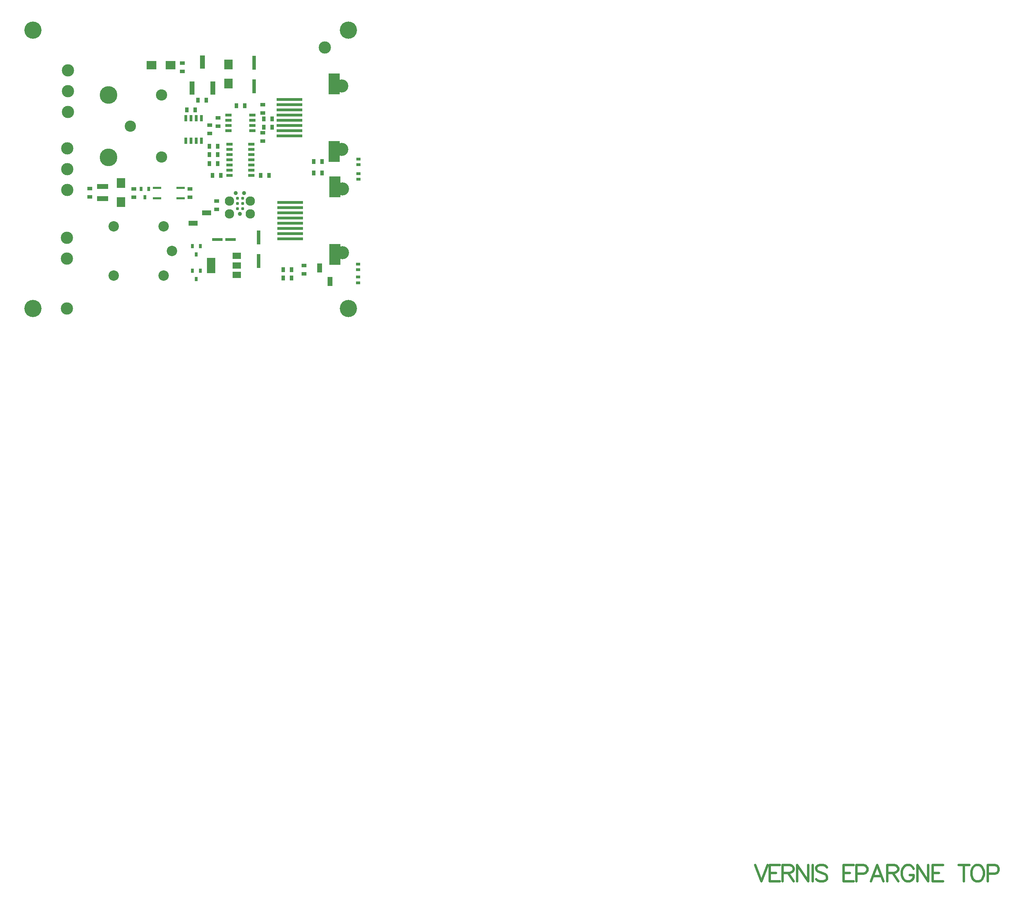
<source format=gts>
%FSLAX25Y25*%
%MOIN*%
G70*
G01*
G75*
G04 Layer_Color=3162822*
%ADD10C,0.03937*%
%ADD11R,0.25000X0.02992*%
%ADD12R,0.03500X0.05000*%
%ADD13R,0.05910X0.03030*%
%ADD14R,0.11024X0.20276*%
%ADD15R,0.05000X0.03500*%
%ADD16R,0.03000X0.04000*%
%ADD17R,0.03543X0.13583*%
%ADD18C,0.03100*%
%ADD19R,0.04000X0.02854*%
%ADD20R,0.08465X0.02362*%
%ADD21R,0.04724X0.12992*%
%ADD22R,0.11023X0.05000*%
%ADD23R,0.08465X0.09449*%
%ADD24R,0.09449X0.08465*%
%ADD25R,0.08661X0.05000*%
%ADD26R,0.05000X0.08661*%
%ADD27R,0.03030X0.05910*%
%ADD28R,0.08000X0.06000*%
%ADD29R,0.08000X0.15000*%
%ADD30R,0.10236X0.03150*%
%ADD31R,0.06000X0.02500*%
%ADD32C,0.01000*%
%ADD33C,0.01500*%
%ADD34C,0.01181*%
%ADD35C,0.02756*%
%ADD36C,0.01969*%
%ADD37C,0.15748*%
%ADD38C,0.09843*%
%ADD39C,0.11811*%
%ADD40C,0.03937*%
%ADD41C,0.01575*%
%ADD42C,0.02362*%
%ADD43C,0.13780*%
%ADD44C,0.19685*%
%ADD45C,0.12598*%
%ADD46C,0.16000*%
%ADD47C,0.09843*%
%ADD48C,0.11811*%
%ADD49C,0.09055*%
%ADD50C,0.03900*%
%ADD51C,0.16533*%
%ADD52C,0.10000*%
%ADD53C,0.05000*%
%ADD54R,0.16000X0.13000*%
%ADD55R,0.16892X0.02319*%
%ADD56R,0.21000X0.17000*%
%ADD57R,0.31000X0.17000*%
%ADD58R,0.09194X0.12806*%
%ADD59R,0.12000X0.12890*%
%ADD60C,0.00984*%
%ADD61C,0.00787*%
%ADD62C,0.00787*%
%ADD63C,0.11811*%
%ADD64C,0.17000*%
%ADD65C,0.10842*%
D11*
X95606Y-57092D02*
D03*
Y-52091D02*
D03*
X95106Y42089D02*
D03*
Y47091D02*
D03*
X95606Y-67090D02*
D03*
Y-62090D02*
D03*
Y-47091D02*
D03*
Y-42091D02*
D03*
Y-37091D02*
D03*
Y-32091D02*
D03*
X95106Y67090D02*
D03*
Y62090D02*
D03*
Y57091D02*
D03*
Y52091D02*
D03*
Y37091D02*
D03*
Y32091D02*
D03*
D12*
X78500Y48500D02*
D03*
Y40500D02*
D03*
X44000Y61000D02*
D03*
X52000D02*
D03*
X97000Y-104500D02*
D03*
X89000D02*
D03*
X118500Y7500D02*
D03*
X126500D02*
D03*
X26000Y22000D02*
D03*
X18000D02*
D03*
X-3500Y57000D02*
D03*
X4500D02*
D03*
X15000Y66500D02*
D03*
X7000D02*
D03*
X89000Y-96500D02*
D03*
X97000D02*
D03*
X26000Y14000D02*
D03*
X18000D02*
D03*
X26000Y5500D02*
D03*
X18000D02*
D03*
X67500Y-6000D02*
D03*
X75500D02*
D03*
X29000D02*
D03*
X21000D02*
D03*
X118500Y-3500D02*
D03*
X126500D02*
D03*
X70500Y48500D02*
D03*
Y40500D02*
D03*
D13*
X59500Y42000D02*
D03*
Y47000D02*
D03*
Y52000D02*
D03*
Y37000D02*
D03*
X36500D02*
D03*
Y42000D02*
D03*
Y47000D02*
D03*
Y52000D02*
D03*
D14*
X138614Y-82091D02*
D03*
Y-17090D02*
D03*
X138114Y82091D02*
D03*
Y17090D02*
D03*
D15*
X-8000Y102000D02*
D03*
Y94000D02*
D03*
X18500Y42500D02*
D03*
Y34500D02*
D03*
X109000Y-100500D02*
D03*
Y-92500D02*
D03*
X69500Y27000D02*
D03*
Y35000D02*
D03*
Y62000D02*
D03*
Y54000D02*
D03*
X26500Y41500D02*
D03*
Y49500D02*
D03*
X25000Y-38500D02*
D03*
Y-30500D02*
D03*
X-97000Y-26500D02*
D03*
Y-18500D02*
D03*
X-54500Y-27000D02*
D03*
Y-19000D02*
D03*
X-500D02*
D03*
Y-27000D02*
D03*
D16*
X5500Y-82000D02*
D03*
X9250Y-74000D02*
D03*
X1750D02*
D03*
X5500Y-105500D02*
D03*
X9250Y-97500D02*
D03*
X1750D02*
D03*
X-44000Y-27000D02*
D03*
X-40250Y-19000D02*
D03*
X-47750D02*
D03*
D17*
X65500Y-65780D02*
D03*
Y-88220D02*
D03*
X61000Y102220D02*
D03*
Y79780D02*
D03*
D18*
X50000Y-38000D02*
D03*
X45000D02*
D03*
Y-33000D02*
D03*
Y-28000D02*
D03*
X50000Y-33000D02*
D03*
Y-28000D02*
D03*
D19*
X161000Y-109217D02*
D03*
Y-103783D02*
D03*
X161500Y4283D02*
D03*
Y9717D02*
D03*
Y-4283D02*
D03*
Y-9717D02*
D03*
X161000Y-91283D02*
D03*
Y-96717D02*
D03*
D20*
X-32417Y-18000D02*
D03*
Y-28000D02*
D03*
X-9583Y-18000D02*
D03*
Y-28000D02*
D03*
D21*
X21500Y77902D02*
D03*
X1500D02*
D03*
X11500Y103098D02*
D03*
D22*
X-84500Y-16595D02*
D03*
Y-28405D02*
D03*
D23*
X-67000Y-13346D02*
D03*
Y-31654D02*
D03*
X36500Y100654D02*
D03*
Y82346D02*
D03*
D24*
X-37653Y100000D02*
D03*
X-19346D02*
D03*
D25*
X15496Y-42000D02*
D03*
X2504Y-52000D02*
D03*
D03*
D26*
X124000Y-95004D02*
D03*
X134000Y-107996D02*
D03*
D03*
D27*
X10500Y49150D02*
D03*
X5500D02*
D03*
X500D02*
D03*
X-4500D02*
D03*
Y27500D02*
D03*
X500D02*
D03*
X5500D02*
D03*
X10500D02*
D03*
D28*
X44250Y-101560D02*
D03*
Y-92500D02*
D03*
Y-83440D02*
D03*
D29*
X19750Y-92560D02*
D03*
D30*
X38299Y-67500D02*
D03*
X25701D02*
D03*
D31*
X37500Y24000D02*
D03*
Y19000D02*
D03*
Y14000D02*
D03*
Y9000D02*
D03*
Y4000D02*
D03*
Y-1000D02*
D03*
Y-6000D02*
D03*
X58500Y4000D02*
D03*
Y9000D02*
D03*
Y14000D02*
D03*
Y19000D02*
D03*
Y24000D02*
D03*
Y-6000D02*
D03*
Y-1000D02*
D03*
D42*
X542762Y-669005D02*
X548760Y-684750D01*
X554758Y-669005D02*
X548760Y-684750D01*
X566529Y-669005D02*
X556782D01*
Y-684750D01*
X566529D01*
X556782Y-676503D02*
X562780D01*
X569153Y-669005D02*
Y-684750D01*
Y-669005D02*
X575901D01*
X578150Y-669755D01*
X578900Y-670505D01*
X579650Y-672004D01*
Y-673504D01*
X578900Y-675003D01*
X578150Y-675753D01*
X575901Y-676503D01*
X569153D01*
X574402D02*
X579650Y-684750D01*
X583174Y-669005D02*
Y-684750D01*
Y-669005D02*
X593670Y-684750D01*
Y-669005D02*
Y-684750D01*
X598018Y-669005D02*
Y-684750D01*
X611814Y-671254D02*
X610314Y-669755D01*
X608065Y-669005D01*
X605066D01*
X602817Y-669755D01*
X601317Y-671254D01*
Y-672754D01*
X602067Y-674253D01*
X602817Y-675003D01*
X604316Y-675753D01*
X608815Y-677252D01*
X610314Y-678002D01*
X611064Y-678752D01*
X611814Y-680251D01*
Y-682501D01*
X610314Y-684000D01*
X608065Y-684750D01*
X605066D01*
X602817Y-684000D01*
X601317Y-682501D01*
X637455Y-669005D02*
X627708D01*
Y-684750D01*
X637455D01*
X627708Y-676503D02*
X633706D01*
X640079Y-677252D02*
X646827D01*
X649076Y-676503D01*
X649826Y-675753D01*
X650576Y-674253D01*
Y-672004D01*
X649826Y-670505D01*
X649076Y-669755D01*
X646827Y-669005D01*
X640079D01*
Y-684750D01*
X666095D02*
X660097Y-669005D01*
X654099Y-684750D01*
X656349Y-679502D02*
X663846D01*
X669769Y-669005D02*
Y-684750D01*
Y-669005D02*
X676517D01*
X678766Y-669755D01*
X679516Y-670505D01*
X680266Y-672004D01*
Y-673504D01*
X679516Y-675003D01*
X678766Y-675753D01*
X676517Y-676503D01*
X669769D01*
X675017D02*
X680266Y-684750D01*
X695036Y-672754D02*
X694286Y-671254D01*
X692786Y-669755D01*
X691287Y-669005D01*
X688288D01*
X686788Y-669755D01*
X685289Y-671254D01*
X684539Y-672754D01*
X683789Y-675003D01*
Y-678752D01*
X684539Y-681001D01*
X685289Y-682501D01*
X686788Y-684000D01*
X688288Y-684750D01*
X691287D01*
X692786Y-684000D01*
X694286Y-682501D01*
X695036Y-681001D01*
Y-678752D01*
X691287D02*
X695036D01*
X698634Y-669005D02*
Y-684750D01*
Y-669005D02*
X709131Y-684750D01*
Y-669005D02*
Y-684750D01*
X723226Y-669005D02*
X713479D01*
Y-684750D01*
X723226D01*
X713479Y-676503D02*
X719477D01*
X743469Y-669005D02*
Y-684750D01*
X738221Y-669005D02*
X748717D01*
X755090D02*
X753591Y-669755D01*
X752091Y-671254D01*
X751341Y-672754D01*
X750592Y-675003D01*
Y-678752D01*
X751341Y-681001D01*
X752091Y-682501D01*
X753591Y-684000D01*
X755090Y-684750D01*
X758089D01*
X759589Y-684000D01*
X761088Y-682501D01*
X761838Y-681001D01*
X762588Y-678752D01*
Y-675003D01*
X761838Y-672754D01*
X761088Y-671254D01*
X759589Y-669755D01*
X758089Y-669005D01*
X755090D01*
X766261Y-677252D02*
X773009D01*
X775258Y-676503D01*
X776008Y-675753D01*
X776758Y-674253D01*
Y-672004D01*
X776008Y-670505D01*
X775258Y-669755D01*
X773009Y-669005D01*
X766261D01*
Y-684750D01*
D45*
X146000Y-19000D02*
D03*
Y-80181D02*
D03*
X145500Y19000D02*
D03*
Y80181D02*
D03*
D48*
X-118500Y20000D02*
D03*
Y0D02*
D03*
Y-20000D02*
D03*
X-118000Y55000D02*
D03*
Y75000D02*
D03*
Y95000D02*
D03*
X-119000Y-66000D02*
D03*
Y-86000D02*
D03*
D49*
X57500Y-30500D02*
D03*
X37500D02*
D03*
X57500Y-43000D02*
D03*
X37500D02*
D03*
D50*
X47500D02*
D03*
X43500Y-23000D02*
D03*
X51500D02*
D03*
D51*
X-151575Y133858D02*
D03*
X151575D02*
D03*
Y-133858D02*
D03*
X-151575D02*
D03*
D52*
X-25970Y-102244D02*
D03*
X-74000D02*
D03*
X-25970Y-55000D02*
D03*
X-74000D02*
D03*
X-18096Y-78622D02*
D03*
D63*
X-119000Y-134000D02*
D03*
X129000Y117000D02*
D03*
D64*
X-79000Y71500D02*
D03*
Y11500D02*
D03*
D65*
X-28053Y71393D02*
D03*
X-57947Y41500D02*
D03*
X-28053Y11607D02*
D03*
M02*

</source>
